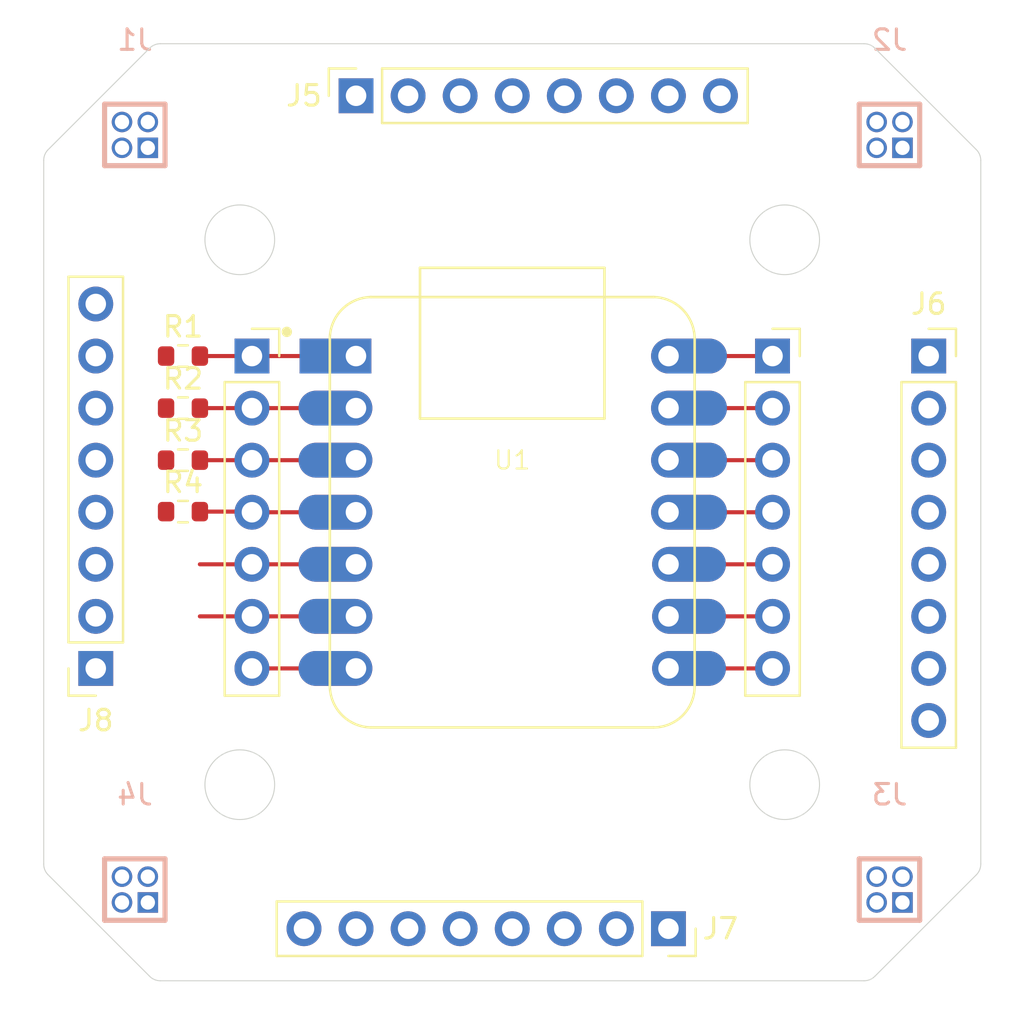
<source format=kicad_pcb>
(kicad_pcb (version 20240108) (generator "pcbnew") (generator_version "8.0")
  (layers (0 "F.Cu" signal) (31 "B.Cu" signal) (34 "B.Paste" user) (35 "F.Paste" user) (36 "B.SilkS" user "B.Silkscreen") (37 "F.SilkS" user "F.Silkscreen") (38 "B.Mask" user) (39 "F.Mask" user) (44 "Edge.Cuts" user))
  (net 0 "")
  (net 1 "/DIN1")
  (net 2 "/GND")
  (net 3 "/VDD")
  (net 4 "/DIN2")
  (net 5 "/DIN3")
  (net 6 "/DIN4")
  (net 7 "Net-(J5-Pin_4)")
  (net 8 "Net-(J5-Pin_3)")
  (net 9 "Net-(J5-Pin_6)")
  (net 10 "Net-(J5-Pin_5)")
  (net 15 "Net-(J5-Pin_7)")
  (net 16 "Net-(J5-Pin_8)")
  (net 17 "Net-(J10-Pin_4)")
  (net 18 "Net-(J10-Pin_5)")
  (net 19 "Net-(J10-Pin_6)")
  (net 20 "Net-(J10-Pin_3)")
  (net 21 "Net-(J10-Pin_7)")
  (net 22 "Net-(J9-Pin_7)")
  (net 23 "Net-(JP1-A)")
  (net 24 "Net-(JP2-A)")
  (net 25 "Net-(JP3-A)")
  (net 26 "Net-(JP4-A)")
  (footprint "Connector_PinSocket_2.54mm:PinSocket_1x08_P2.54mm_Vertical" (layer "F.Cu") (at 144.78 81.28 90)
    (property "Reference" "J5" (at 0 -2.54 180) (layer "F.SilkS"))
    (property "Value" "Conn_01x06")
    (fp_line (start 1.33 -1.33) (end 1.33 0) (stroke (width 0.12)) (layer "F.SilkS"))
    (fp_line (start 0 -1.33) (end 1.33 -1.33) (stroke (width 0.12)) (layer "F.SilkS"))
    (fp_line (start 1.33 1.27) (end 1.33 19.11) (stroke (width 0.12)) (layer "F.SilkS"))
    (fp_line (start -1.33 1.27) (end 1.33 1.27) (stroke (width 0.12)) (layer "F.SilkS"))
    (fp_line (start -1.33 1.27) (end -1.33 19.11) (stroke (width 0.12)) (layer "F.SilkS"))
    (fp_line (start -1.33 19.11) (end 1.33 19.11) (stroke (width 0.12)) (layer "F.SilkS"))
    (pad "1" thru_hole rect (at 0 0 90) (size 1.7 1.7) (drill 1) (layers "*.Cu" "*.Mask") (net 3 "/VDD"))
    (pad "2" thru_hole oval (at 0 2.54 90) (size 1.7 1.7) (drill 1) (layers "*.Cu" "*.Mask") (net 2 "/GND"))
    (pad "3" thru_hole oval (at 0 5.08 90) (size 1.7 1.7) (drill 1) (layers "*.Cu" "*.Mask") (net 8 "Net-(J5-Pin_3)"))
    (pad "4" thru_hole oval (at 0 7.62 90) (size 1.7 1.7) (drill 1) (layers "*.Cu" "*.Mask") (net 7 "Net-(J5-Pin_4)"))
    (pad "5" thru_hole oval (at 0 10.16 90) (size 1.7 1.7) (drill 1) (layers "*.Cu" "*.Mask") (net 10 "Net-(J5-Pin_5)"))
    (pad "6" thru_hole oval (at 0 12.7 90) (size 1.7 1.7) (drill 1) (layers "*.Cu" "*.Mask") (net 9 "Net-(J5-Pin_6)"))
    (pad "7" thru_hole oval (at 0 15.24 90) (size 1.7 1.7) (drill 1) (layers "*.Cu" "*.Mask") (net 15 "Net-(J5-Pin_7)"))
    (pad "8" thru_hole oval (at 0 17.78 90) (size 1.7 1.7) (drill 1) (layers "*.Cu" "*.Mask") (net 16 "Net-(J5-Pin_8)"))
  )
  (footprint "Resistor_SMD:R_0603_1608Metric" (layer "F.Cu") (at 136.335 93.98)
    (property "Reference" "R1" (at 0 -1.43 0) (layer "F.SilkS"))
    (property "Value" "220")
    (fp_line (start -0.237258 -0.5225) (end 0.237258 -0.5225) (stroke (width 0.12)) (layer "F.SilkS"))
    (fp_line (start -0.237258 0.5225) (end 0.237258 0.5225) (stroke (width 0.12)) (layer "F.SilkS"))
    (pad "1" smd roundrect (at -0.825 0) (size 0.8 0.95) (layers "F.Cu" "F.Paste" "F.Mask") (net 1 "/DIN1"))
    (pad "2" smd roundrect (at 0.825 0) (size 0.8 0.95) (layers "F.Cu" "F.Paste" "F.Mask") (net 23 "Net-(JP1-A)"))
  )
  (footprint "Resistor_SMD:R_0603_1608Metric" (layer "F.Cu") (at 136.335 101.57)
    (property "Reference" "R4" (at 0 -1.43 0) (layer "F.SilkS"))
    (property "Value" "220")
    (fp_line (start -0.237258 -0.5225) (end 0.237258 -0.5225) (stroke (width 0.12)) (layer "F.SilkS"))
    (fp_line (start -0.237258 0.5225) (end 0.237258 0.5225) (stroke (width 0.12)) (layer "F.SilkS"))
    (pad "1" smd roundrect (at -0.825 0) (size 0.8 0.95) (layers "F.Cu" "F.Paste" "F.Mask") (net 6 "/DIN4"))
    (pad "2" smd roundrect (at 0.825 0) (size 0.8 0.95) (layers "F.Cu" "F.Paste" "F.Mask") (net 26 "Net-(JP4-A)"))
  )
  (footprint "Connector_PinSocket_2.54mm:PinSocket_1x08_P2.54mm_Vertical" (layer "F.Cu") (at 160.02 121.92 -90)
    (property "Reference" "J7" (at 0 -2.54 0) (layer "F.SilkS"))
    (property "Value" "Conn_01x06")
    (fp_line (start -1.33 19.11) (end 1.33 19.11) (stroke (width 0.12)) (layer "F.SilkS"))
    (fp_line (start -1.33 1.27) (end -1.33 19.11) (stroke (width 0.12)) (layer "F.SilkS"))
    (fp_line (start -1.33 1.27) (end 1.33 1.27) (stroke (width 0.12)) (layer "F.SilkS"))
    (fp_line (start 1.33 1.27) (end 1.33 19.11) (stroke (width 0.12)) (layer "F.SilkS"))
    (fp_line (start 0 -1.33) (end 1.33 -1.33) (stroke (width 0.12)) (layer "F.SilkS"))
    (fp_line (start 1.33 -1.33) (end 1.33 0) (stroke (width 0.12)) (layer "F.SilkS"))
    (pad "1" thru_hole rect (at 0 0 270) (size 1.7 1.7) (drill 1) (layers "*.Cu" "*.Mask") (net 3 "/VDD"))
    (pad "2" thru_hole oval (at 0 2.54 270) (size 1.7 1.7) (drill 1) (layers "*.Cu" "*.Mask") (net 2 "/GND"))
    (pad "3" thru_hole oval (at 0 5.08 270) (size 1.7 1.7) (drill 1) (layers "*.Cu" "*.Mask") (net 8 "Net-(J5-Pin_3)"))
    (pad "4" thru_hole oval (at 0 7.62 270) (size 1.7 1.7) (drill 1) (layers "*.Cu" "*.Mask") (net 7 "Net-(J5-Pin_4)"))
    (pad "5" thru_hole oval (at 0 10.16 270) (size 1.7 1.7) (drill 1) (layers "*.Cu" "*.Mask") (net 10 "Net-(J5-Pin_5)"))
    (pad "6" thru_hole oval (at 0 12.7 270) (size 1.7 1.7) (drill 1) (layers "*.Cu" "*.Mask") (net 9 "Net-(J5-Pin_6)"))
    (pad "7" thru_hole oval (at 0 15.24 270) (size 1.7 1.7) (drill 1) (layers "*.Cu" "*.Mask") (net 15 "Net-(J5-Pin_7)"))
    (pad "8" thru_hole oval (at 0 17.78 270) (size 1.7 1.7) (drill 1) (layers "*.Cu" "*.Mask") (net 16 "Net-(J5-Pin_8)"))
  )
  (footprint "Seeed Studio XIAO Series Library:XIAO-Generic-Hybrid-14P-2.54-21X17.8MM" (layer "F.Cu") (at 152.4 101.6)
    (property "Reference" "U1" (at 0 -2.54 0) (layer "F.SilkS") (effects (font (size 0.889 0.889) (thickness 0.1016))))
    (property "Value" "Seeed Studio XIAO SAMD21" (hide yes))
    (fp_line (start -8.9 -8.5) (end -8.9 8.5) (stroke (width 0.127)) (layer "F.SilkS"))
    (fp_line (start -6.9 10.5) (end 6.9 10.5) (stroke (width 0.127)) (layer "F.SilkS"))
    (fp_line (start -4.5 -11.92403) (end 4.5 -11.92403) (stroke (width 0.127)) (layer "F.SilkS"))
    (fp_line (start -4.5 -4.57073) (end -4.5 -11.92403) (stroke (width 0.127)) (layer "F.SilkS"))
    (fp_line (start 4.5 -11.92403) (end 4.5 -4.57073) (stroke (width 0.127)) (layer "F.SilkS"))
    (fp_line (start 4.5 -4.57073) (end -4.5 -4.57073) (stroke (width 0.127)) (layer "F.SilkS"))
    (fp_line (start 6.9 -10.49909) (end -6.9 -10.49909) (stroke (width 0.127)) (layer "F.SilkS"))
    (fp_line (start 8.9 8.5) (end 8.9 -8.5) (stroke (width 0.127)) (layer "F.SilkS"))
    (fp_arc (start -8.9 -8.5) (mid -8.301491 -9.901491) (end -6.9 -10.5) (stroke (width 0.12)) (layer "F.SilkS"))
    (fp_arc (start -6.9 10.5) (mid -8.301423 9.901423) (end -8.9 8.5) (stroke (width 0.12)) (layer "F.SilkS"))
    (fp_arc (start 6.9 -10.5) (mid 8.301492 -9.901492) (end 8.9 -8.5) (stroke (width 0.12)) (layer "F.SilkS"))
    (fp_arc (start 8.9 8.5) (mid 8.314214 9.914214) (end 6.9 10.5) (stroke (width 0.12)) (layer "F.SilkS"))
    (fp_circle (center -11 -8.8) (end -11 -9.054) (fill solid) (layer "F.SilkS"))
    (fp_poly (pts (xy -8.887715 -8.561705) (xy -8.884667 -8.610473) (xy -8.880603 -8.659494)) (stroke (width 0.0254)) (fill none) (layer "F.SilkS"))
    (fp_poly (pts (xy 8.889492 8.521574) (xy 8.887713 8.57085) (xy 8.884665 8.619618) (xy 8.880601 8.668639) (xy 8.875268 8.717407) (xy 8.868664 8.766175) (xy 8.861044 8.81469) (xy 8.852153 8.86295) (xy 8.842248 8.910955)) (stroke (width 0.0254)) (fill none) (layer "F.SilkS"))
    (pad "1" thru_hole rect (at -7.625 -7.62) (size 3.5 1.7) (drill 1 (offset -1 0)) (layers "*.Cu" "*.Mask") (net 8 "Net-(J5-Pin_3)"))
    (pad "2" thru_hole oval (at -7.625 -5.08) (size 3.6 1.7) (drill 1 (offset -1 0)) (layers "*.Cu" "*.Mask") (net 7 "Net-(J5-Pin_4)"))
    (pad "3" thru_hole oval (at -7.625 -2.54) (size 3.6 1.7) (drill 1 (offset -1 0)) (layers "*.Cu" "*.Mask") (net 10 "Net-(J5-Pin_5)"))
    (pad "4" thru_hole oval (at -7.625 0) (size 3.6 1.7) (drill 1 (offset -1 0)) (layers "*.Cu" "*.Mask") (net 9 "Net-(J5-Pin_6)"))
    (pad "5" thru_hole oval (at -7.625 2.54) (size 3.6 1.7) (drill 1 (offset -1 0)) (layers "*.Cu" "*.Mask") (net 15 "Net-(J5-Pin_7)"))
    (pad "6" thru_hole oval (at -7.625 5.08 180) (size 3.6 1.7) (drill 1 (offset 1 0)) (layers "*.Cu" "*.Mask") (net 16 "Net-(J5-Pin_8)"))
    (pad "7" thru_hole oval (at -7.625 7.62) (size 3.6 1.7) (drill 1 (offset -1 0)) (layers "*.Cu" "*.Mask") (net 22 "Net-(J9-Pin_7)"))
    (pad "8" thru_hole oval (at 7.625 7.62) (size 3.6 1.7) (drill 1 (offset 1 0)) (layers "*.Cu" "*.Mask") (net 21 "Net-(J10-Pin_7)"))
    (pad "9" thru_hole oval (at 7.625 5.08) (size 3.6 1.7) (drill 1 (offset 1 0)) (layers "*.Cu" "*.Mask") (net 19 "Net-(J10-Pin_6)"))
    (pad "10" thru_hole oval (at 7.625 2.54) (size 3.6 1.7) (drill 1 (offset 1 0)) (layers "*.Cu" "*.Mask") (net 18 "Net-(J10-Pin_5)"))
    (pad "11" thru_hole oval (at 7.625 0) (size 3.7 1.7) (drill 1 (offset 1 0)) (layers "*.Cu" "*.Mask") (net 17 "Net-(J10-Pin_4)"))
    (pad "12" thru_hole oval (at 7.625 -2.54) (size 3.7 1.7) (drill 1 (offset 1 0)) (layers "*.Cu" "*.Mask") (net 20 "Net-(J10-Pin_3)"))
    (pad "13" thru_hole oval (at 7.625 -5.08) (size 3.7 1.7) (drill 1 (offset 1 0)) (layers "*.Cu" "*.Mask") (net 3 "/VDD"))
    (pad "14" thru_hole oval (at 7.625 -7.62) (size 3.7 1.7) (drill 1 (offset 1 0)) (layers "*.Cu" "*.Mask") (net 2 "/GND"))
  )
  (footprint "Resistor_SMD:R_0603_1608Metric" (layer "F.Cu") (at 136.335 96.52)
    (property "Reference" "R2" (at 0 -1.43 0) (layer "F.SilkS"))
    (property "Value" "220")
    (fp_line (start -0.237258 -0.5225) (end 0.237258 -0.5225) (stroke (width 0.12)) (layer "F.SilkS"))
    (fp_line (start -0.237258 0.5225) (end 0.237258 0.5225) (stroke (width 0.12)) (layer "F.SilkS"))
    (pad "1" smd roundrect (at -0.825 0) (size 0.8 0.95) (layers "F.Cu" "F.Paste" "F.Mask") (net 4 "/DIN2"))
    (pad "2" smd roundrect (at 0.825 0) (size 0.8 0.95) (layers "F.Cu" "F.Paste" "F.Mask") (net 24 "Net-(JP2-A)"))
  )
  (footprint "Connector_PinSocket_2.54mm:PinSocket_1x08_P2.54mm_Vertical" (layer "F.Cu") (at 132.08 109.22 180)
    (property "Reference" "J8" (at 0 -2.54 180) (layer "F.SilkS"))
    (property "Value" "Conn_01x06")
    (fp_line (start 1.33 1.27) (end 1.33 19.11) (stroke (width 0.12)) (layer "F.SilkS"))
    (fp_line (start 1.33 -1.33) (end 1.33 0) (stroke (width 0.12)) (layer "F.SilkS"))
    (fp_line (start 0 -1.33) (end 1.33 -1.33) (stroke (width 0.12)) (layer "F.SilkS"))
    (fp_line (start -1.33 19.11) (end 1.33 19.11) (stroke (width 0.12)) (layer "F.SilkS"))
    (fp_line (start -1.33 1.27) (end 1.33 1.27) (stroke (width 0.12)) (layer "F.SilkS"))
    (fp_line (start -1.33 1.27) (end -1.33 19.11) (stroke (width 0.12)) (layer "F.SilkS"))
    (pad "1" thru_hole rect (at 0 0 180) (size 1.7 1.7) (drill 1) (layers "*.Cu" "*.Mask") (net 3 "/VDD"))
    (pad "2" thru_hole oval (at 0 2.54 180) (size 1.7 1.7) (drill 1) (layers "*.Cu" "*.Mask") (net 2 "/GND"))
    (pad "3" thru_hole oval (at 0 5.08 180) (size 1.7 1.7) (drill 1) (layers "*.Cu" "*.Mask") (net 8 "Net-(J5-Pin_3)"))
    (pad "4" thru_hole oval (at 0 7.62 180) (size 1.7 1.7) (drill 1) (layers "*.Cu" "*.Mask") (net 7 "Net-(J5-Pin_4)"))
    (pad "5" thru_hole oval (at 0 10.16 180) (size 1.7 1.7) (drill 1) (layers "*.Cu" "*.Mask") (net 10 "Net-(J5-Pin_5)"))
    (pad "6" thru_hole oval (at 0 12.7 180) (size 1.7 1.7) (drill 1) (layers "*.Cu" "*.Mask") (net 9 "Net-(J5-Pin_6)"))
    (pad "7" thru_hole oval (at 0 15.24 180) (size 1.7 1.7) (drill 1) (layers "*.Cu" "*.Mask") (net 15 "Net-(J5-Pin_7)"))
    (pad "8" thru_hole oval (at 0 17.78 180) (size 1.7 1.7) (drill 1) (layers "*.Cu" "*.Mask") (net 16 "Net-(J5-Pin_8)"))
  )
  (footprint "Connector_PinSocket_2.54mm:PinSocket_1x07_P2.54mm_Vertical" (layer "F.Cu") (at 165.1 93.98)
    (property "Reference" "J10" (hide yes))
    (property "Value" "Conn_01x07")
    (fp_line (start -1.33 1.27) (end -1.33 16.57) (stroke (width 0.12)) (layer "F.SilkS"))
    (fp_line (start -1.33 1.27) (end 1.33 1.27) (stroke (width 0.12)) (layer "F.SilkS"))
    (fp_line (start -1.33 16.57) (end 1.33 16.57) (stroke (width 0.12)) (layer "F.SilkS"))
    (fp_line (start 0 -1.33) (end 1.33 -1.33) (stroke (width 0.12)) (layer "F.SilkS"))
    (fp_line (start 1.33 -1.33) (end 1.33 0) (stroke (width 0.12)) (layer "F.SilkS"))
    (fp_line (start 1.33 1.27) (end 1.33 16.57) (stroke (width 0.12)) (layer "F.SilkS"))
    (pad "1" thru_hole rect (at 0 0) (size 1.7 1.7) (drill 1) (layers "*.Cu" "*.Mask") (net 2 "/GND"))
    (pad "2" thru_hole oval (at 0 2.54) (size 1.7 1.7) (drill 1) (layers "*.Cu" "*.Mask") (net 3 "/VDD"))
    (pad "3" thru_hole oval (at 0 5.08) (size 1.7 1.7) (drill 1) (layers "*.Cu" "*.Mask") (net 20 "Net-(J10-Pin_3)"))
    (pad "4" thru_hole oval (at 0 7.62) (size 1.7 1.7) (drill 1) (layers "*.Cu" "*.Mask") (net 17 "Net-(J10-Pin_4)"))
    (pad "5" thru_hole oval (at 0 10.16) (size 1.7 1.7) (drill 1) (layers "*.Cu" "*.Mask") (net 18 "Net-(J10-Pin_5)"))
    (pad "6" thru_hole oval (at 0 12.7) (size 1.7 1.7) (drill 1) (layers "*.Cu" "*.Mask") (net 19 "Net-(J10-Pin_6)"))
    (pad "7" thru_hole oval (at 0 15.24) (size 1.7 1.7) (drill 1) (layers "*.Cu" "*.Mask") (net 21 "Net-(J10-Pin_7)"))
  )
  (footprint "Resistor_SMD:R_0603_1608Metric" (layer "F.Cu") (at 136.335 99.06)
    (property "Reference" "R3" (at 0 -1.43 0) (layer "F.SilkS"))
    (property "Value" "220")
    (fp_line (start -0.237258 -0.5225) (end 0.237258 -0.5225) (stroke (width 0.12)) (layer "F.SilkS"))
    (fp_line (start -0.237258 0.5225) (end 0.237258 0.5225) (stroke (width 0.12)) (layer "F.SilkS"))
    (pad "1" smd roundrect (at -0.825 0) (size 0.8 0.95) (layers "F.Cu" "F.Paste" "F.Mask") (net 5 "/DIN3"))
    (pad "2" smd roundrect (at 0.825 0) (size 0.8 0.95) (layers "F.Cu" "F.Paste" "F.Mask") (net 25 "Net-(JP3-A)"))
  )
  (footprint "Connector_PinSocket_2.54mm:PinSocket_1x08_P2.54mm_Vertical" (layer "F.Cu") (at 172.72 93.98)
    (property "Reference" "J6" (at 0 -2.54 0) (layer "F.SilkS"))
    (property "Value" "Conn_01x06")
    (fp_line (start -1.33 1.27) (end -1.33 19.11) (stroke (width 0.12)) (layer "F.SilkS"))
    (fp_line (start -1.33 1.27) (end 1.33 1.27) (stroke (width 0.12)) (layer "F.SilkS"))
    (fp_line (start -1.33 19.11) (end 1.33 19.11) (stroke (width 0.12)) (layer "F.SilkS"))
    (fp_line (start 0 -1.33) (end 1.33 -1.33) (stroke (width 0.12)) (layer "F.SilkS"))
    (fp_line (start 1.33 -1.33) (end 1.33 0) (stroke (width 0.12)) (layer "F.SilkS"))
    (fp_line (start 1.33 1.27) (end 1.33 19.11) (stroke (width 0.12)) (layer "F.SilkS"))
    (pad "1" thru_hole rect (at 0 0) (size 1.7 1.7) (drill 1) (layers "*.Cu" "*.Mask") (net 3 "/VDD"))
    (pad "2" thru_hole oval (at 0 2.54) (size 1.7 1.7) (drill 1) (layers "*.Cu" "*.Mask") (net 2 "/GND"))
    (pad "3" thru_hole oval (at 0 5.08) (size 1.7 1.7) (drill 1) (layers "*.Cu" "*.Mask") (net 8 "Net-(J5-Pin_3)"))
    (pad "4" thru_hole oval (at 0 7.62) (size 1.7 1.7) (drill 1) (layers "*.Cu" "*.Mask") (net 7 "Net-(J5-Pin_4)"))
    (pad "5" thru_hole oval (at 0 10.16) (size 1.7 1.7) (drill 1) (layers "*.Cu" "*.Mask") (net 10 "Net-(J5-Pin_5)"))
    (pad "6" thru_hole oval (at 0 12.7) (size 1.7 1.7) (drill 1) (layers "*.Cu" "*.Mask") (net 9 "Net-(J5-Pin_6)"))
    (pad "7" thru_hole oval (at 0 15.24) (size 1.7 1.7) (drill 1) (layers "*.Cu" "*.Mask") (net 15 "Net-(J5-Pin_7)"))
    (pad "8" thru_hole oval (at 0 17.78) (size 1.7 1.7) (drill 1) (layers "*.Cu" "*.Mask") (net 16 "Net-(J5-Pin_8)"))
  )
  (footprint "Connector_PinSocket_2.54mm:PinSocket_1x07_P2.54mm_Vertical" (layer "F.Cu") (at 139.7 93.98)
    (property "Reference" "J9" (hide yes))
    (property "Value" "Conn_01x07")
    (fp_line (start -1.33 1.27) (end -1.33 16.57) (stroke (width 0.12)) (layer "F.SilkS"))
    (fp_line (start -1.33 1.27) (end 1.33 1.27) (stroke (width 0.12)) (layer "F.SilkS"))
    (fp_line (start -1.33 16.57) (end 1.33 16.57) (stroke (width 0.12)) (layer "F.SilkS"))
    (fp_line (start 0 -1.33) (end 1.33 -1.33) (stroke (width 0.12)) (layer "F.SilkS"))
    (fp_line (start 1.33 -1.33) (end 1.33 0) (stroke (width 0.12)) (layer "F.SilkS"))
    (fp_line (start 1.33 1.27) (end 1.33 16.57) (stroke (width 0.12)) (layer "F.SilkS"))
    (pad "1" thru_hole rect (at 0 0) (size 1.7 1.7) (drill 1) (layers "*.Cu" "*.Mask") (net 8 "Net-(J5-Pin_3)"))
    (pad "2" thru_hole oval (at 0 2.54) (size 1.7 1.7) (drill 1) (layers "*.Cu" "*.Mask") (net 7 "Net-(J5-Pin_4)"))
    (pad "3" thru_hole oval (at 0 5.08) (size 1.7 1.7) (drill 1) (layers "*.Cu" "*.Mask") (net 10 "Net-(J5-Pin_5)"))
    (pad "4" thru_hole oval (at 0 7.62) (size 1.7 1.7) (drill 1) (layers "*.Cu" "*.Mask") (net 9 "Net-(J5-Pin_6)"))
    (pad "5" thru_hole oval (at 0 10.16) (size 1.7 1.7) (drill 1) (layers "*.Cu" "*.Mask") (net 15 "Net-(J5-Pin_7)"))
    (pad "6" thru_hole oval (at 0 12.7) (size 1.7 1.7) (drill 1) (layers "*.Cu" "*.Mask") (net 16 "Net-(J5-Pin_8)"))
    (pad "7" thru_hole oval (at 0 15.24) (size 1.7 1.7) (drill 1) (layers "*.Cu" "*.Mask") (net 22 "Net-(J9-Pin_7)"))
  )
  (footprint "Library:HDR-TH_4P-P1.27-V-F-R2-C2-S1.27" (layer "B.Cu") (at 170.81 120.01 180)
    (property "Reference" "J3" (at 0 4.63 0) (layer "B.SilkS") (effects (justify mirror)))
    (property "Value" "LED3" (hide yes))
    (fp_line (start 1.48 1.5) (end -1.47 1.5) (stroke (width 0.25)) (layer "B.SilkS"))
    (fp_line (start 1.48 -1.5) (end 1.48 1.5) (stroke (width 0.25)) (layer "B.SilkS"))
    (fp_line (start 1.48 -1.5) (end -1.47 -1.5) (stroke (width 0.25)) (layer "B.SilkS"))
    (fp_line (start -1.47 -1.5) (end -1.47 1.5) (stroke (width 0.25)) (layer "B.SilkS"))
    (pad "1" thru_hole rect (at -0.63 -0.63 180) (size 1 1) (drill 0.700024) (layers "*.Cu" "*.Mask") (net 5 "/DIN3"))
    (pad "2" thru_hole circle (at -0.63 0.63 180) (size 1 1) (drill 0.700024) (layers "*.Cu" "*.Mask"))
    (pad "3" thru_hole circle (at 0.63 -0.63 180) (size 1 1) (drill 0.700024) (layers "*.Cu" "*.Mask") (net 3 "/VDD"))
    (pad "4" thru_hole circle (at 0.63 0.63 180) (size 1 1) (drill 0.700024) (layers "*.Cu" "*.Mask") (net 2 "/GND"))
  )
  (footprint "Library:HDR-TH_4P-P1.27-V-F-R2-C2-S1.27" (layer "B.Cu") (at 133.99 120.01 180)
    (property "Reference" "J4" (at 0 4.63 0) (layer "B.SilkS") (effects (justify mirror)))
    (property "Value" "LED4" (hide yes))
    (fp_line (start 1.48 1.5) (end -1.47 1.5) (stroke (width 0.25)) (layer "B.SilkS"))
    (fp_line (start 1.48 -1.5) (end 1.48 1.5) (stroke (width 0.25)) (layer "B.SilkS"))
    (fp_line (start 1.48 -1.5) (end -1.47 -1.5) (stroke (width 0.25)) (layer "B.SilkS"))
    (fp_line (start -1.47 -1.5) (end -1.47 1.5) (stroke (width 0.25)) (layer "B.SilkS"))
    (pad "1" thru_hole rect (at -0.63 -0.63 180) (size 1 1) (drill 0.700024) (layers "*.Cu" "*.Mask") (net 6 "/DIN4"))
    (pad "2" thru_hole circle (at -0.63 0.63 180) (size 1 1) (drill 0.700024) (layers "*.Cu" "*.Mask"))
    (pad "3" thru_hole circle (at 0.63 -0.63 180) (size 1 1) (drill 0.700024) (layers "*.Cu" "*.Mask") (net 3 "/VDD"))
    (pad "4" thru_hole circle (at 0.63 0.63 180) (size 1 1) (drill 0.700024) (layers "*.Cu" "*.Mask") (net 2 "/GND"))
  )
  (footprint "Library:HDR-TH_4P-P1.27-V-F-R2-C2-S1.27" (layer "B.Cu") (at 170.81 83.19 180)
    (property "Reference" "J2" (at 0 4.63 0) (layer "B.SilkS") (effects (justify mirror)))
    (property "Value" "LED2" (hide yes))
    (fp_line (start 1.48 1.5) (end -1.47 1.5) (stroke (width 0.25)) (layer "B.SilkS"))
    (fp_line (start 1.48 -1.5) (end 1.48 1.5) (stroke (width 0.25)) (layer "B.SilkS"))
    (fp_line (start 1.48 -1.5) (end -1.47 -1.5) (stroke (width 0.25)) (layer "B.SilkS"))
    (fp_line (start -1.47 -1.5) (end -1.47 1.5) (stroke (width 0.25)) (layer "B.SilkS"))
    (pad "1" thru_hole rect (at -0.63 -0.63 180) (size 1 1) (drill 0.700024) (layers "*.Cu" "*.Mask") (net 4 "/DIN2"))
    (pad "2" thru_hole circle (at -0.63 0.63 180) (size 1 1) (drill 0.700024) (layers "*.Cu" "*.Mask"))
    (pad "3" thru_hole circle (at 0.63 -0.63 180) (size 1 1) (drill 0.700024) (layers "*.Cu" "*.Mask") (net 3 "/VDD"))
    (pad "4" thru_hole circle (at 0.63 0.63 180) (size 1 1) (drill 0.700024) (layers "*.Cu" "*.Mask") (net 2 "/GND"))
  )
  (footprint "Library:HDR-TH_4P-P1.27-V-F-R2-C2-S1.27" (layer "B.Cu") (at 133.99 83.19 180)
    (property "Reference" "J1" (at 0 4.63 0) (layer "B.SilkS") (effects (justify mirror)))
    (property "Value" "LED1" (hide yes))
    (fp_line (start 1.48 1.5) (end -1.47 1.5) (stroke (width 0.25)) (layer "B.SilkS"))
    (fp_line (start 1.48 -1.5) (end 1.48 1.5) (stroke (width 0.25)) (layer "B.SilkS"))
    (fp_line (start 1.48 -1.5) (end -1.47 -1.5) (stroke (width 0.25)) (layer "B.SilkS"))
    (fp_line (start -1.47 -1.5) (end -1.47 1.5) (stroke (width 0.25)) (layer "B.SilkS"))
    (pad "1" thru_hole rect (at -0.63 -0.63 180) (size 1 1) (drill 0.700024) (layers "*.Cu" "*.Mask") (net 1 "/DIN1"))
    (pad "2" thru_hole circle (at -0.63 0.63 180) (size 1 1) (drill 0.700024) (layers "*.Cu" "*.Mask"))
    (pad "3" thru_hole circle (at 0.63 -0.63 180) (size 1 1) (drill 0.700024) (layers "*.Cu" "*.Mask") (net 3 "/VDD"))
    (pad "4" thru_hole circle (at 0.63 0.63 180) (size 1 1) (drill 0.700024) (layers "*.Cu" "*.Mask") (net 2 "/GND"))
  )
  (gr_circle (center 165.693 88.307) (end 167.393 88.307) (stroke (width 0.05)) (fill none) (layer "Edge.Cuts"))
  (gr_line (start 169.56693 124.46) (end 135.23307 124.46) (stroke (width 0.05)) (layer "Edge.Cuts"))
  (gr_arc (start 175.26 118.76693) (mid 175.203407 119.051379) (end 175.042286 119.292538) (stroke (width 0.05)) (layer "Edge.Cuts"))
  (gr_line (start 129.757714 83.907462) (end 134.707462 78.957714) (stroke (width 0.05)) (layer "Edge.Cuts"))
  (gr_line (start 170.092538 78.957714) (end 175.042286 83.907462) (stroke (width 0.05)) (layer "Edge.Cuts"))
  (gr_circle (center 139.107 88.307) (end 140.807 88.307) (stroke (width 0.05)) (fill none) (layer "Edge.Cuts"))
  (gr_arc (start 129.54 84.43307) (mid 129.596593 84.148621) (end 129.757714 83.907462) (stroke (width 0.05)) (layer "Edge.Cuts"))
  (gr_line (start 175.26 84.43307) (end 175.26 118.76693) (stroke (width 0.05)) (layer "Edge.Cuts"))
  (gr_arc (start 169.56693 78.74) (mid 169.851379 78.796593) (end 170.092538 78.957714) (stroke (width 0.05)) (layer "Edge.Cuts"))
  (gr_arc (start 135.23307 124.46) (mid 134.948621 124.403407) (end 134.707462 124.242286) (stroke (width 0.05)) (layer "Edge.Cuts"))
  (gr_line (start 135.23307 78.74) (end 169.56693 78.74) (stroke (width 0.05)) (layer "Edge.Cuts"))
  (gr_arc (start 129.757714 119.292538) (mid 129.596568 119.05139) (end 129.54 118.76693) (stroke (width 0.05)) (layer "Edge.Cuts"))
  (gr_arc (start 170.092538 124.242286) (mid 169.85139 124.403432) (end 169.56693 124.46) (stroke (width 0.05)) (layer "Edge.Cuts"))
  (gr_line (start 175.042286 119.292538) (end 170.092538 124.242286) (stroke (width 0.05)) (layer "Edge.Cuts"))
  (gr_arc (start 134.707462 78.957714) (mid 134.94861 78.796568) (end 135.23307 78.74) (stroke (width 0.05)) (layer "Edge.Cuts"))
  (gr_circle (center 165.693 114.893) (end 167.393 114.893) (stroke (width 0.05)) (fill none) (layer "Edge.Cuts"))
  (gr_line (start 129.54 118.76693) (end 129.54 84.43307) (stroke (width 0.05)) (layer "Edge.Cuts"))
  (gr_circle (center 139.107 114.893) (end 140.807 114.893) (stroke (width 0.05)) (fill none) (layer "Edge.Cuts"))
  (gr_line (start 134.707462 124.242286) (end 129.757714 119.292538) (stroke (width 0.05)) (layer "Edge.Cuts"))
  (gr_arc (start 175.042286 83.907462) (mid 175.203432 84.14861) (end 175.26 84.43307) (stroke (width 0.05)) (layer "Edge.Cuts"))
  (segment (start 160.025 93.98) (end 165.1 93.98) (width 0.2) (layer "F.Cu") (net 2))
  (segment (start 160.025 96.52) (end 165.1 96.52) (width 0.2) (layer "F.Cu") (net 3))
  (segment (start 139.7 96.52) (end 144.775 96.52) (width 0.2) (layer "F.Cu") (net 7))
  (segment (start 137.16 96.52) (end 139.7 96.52) (width 0.2) (layer "F.Cu") (net 7))
  (segment (start 137.16 93.98) (end 139.7 93.98) (width 0.2) (layer "F.Cu") (net 8))
  (segment (start 139.7 93.98) (end 144.775 93.98) (width 0.2) (layer "F.Cu") (net 8))
  (segment (start 139.67 101.57) (end 139.7 101.6) (width 0.2) (layer "F.Cu") (net 9))
  (segment (start 144.745 101.57) (end 144.775 101.6) (width 0.2) (layer "F.Cu") (net 9))
  (segment (start 137.16 101.57) (end 139.67 101.57) (width 0.2) (layer "F.Cu") (net 9))
  (segment (start 139.7 101.6) (end 144.775 101.6) (width 0.2) (layer "F.Cu") (net 9))
  (segment (start 139.7 99.06) (end 144.775 99.06) (width 0.2) (layer "F.Cu") (net 10))
  (segment (start 137.16 99.06) (end 139.7 99.06) (width 0.2) (layer "F.Cu") (net 10))
  (segment (start 139.7 104.14) (end 144.775 104.14) (width 0.2) (layer "F.Cu") (net 15))
  (segment (start 137.16 104.14) (end 139.7 104.14) (width 0.2) (layer "F.Cu") (net 15))
  (segment (start 137.16 106.68) (end 139.7 106.68) (width 0.2) (layer "F.Cu") (net 16))
  (segment (start 139.7 106.68) (end 144.775 106.68) (width 0.2) (layer "F.Cu") (net 16))
  (segment (start 160.025 101.6) (end 165.1 101.6) (width 0.2) (layer "F.Cu") (net 17))
  (segment (start 160.025 104.14) (end 165.1 104.14) (width 0.2) (layer "F.Cu") (net 18))
  (segment (start 160.025 106.68) (end 165.1 106.68) (width 0.2) (layer "F.Cu") (net 19))
  (segment (start 160.025 99.06) (end 165.1 99.06) (width 0.2) (layer "F.Cu") (net 20))
  (segment (start 160.025 109.22) (end 165.1 109.22) (width 0.2) (layer "F.Cu") (net 21))
  (segment (start 139.7 109.22) (end 144.775 109.22) (width 0.2) (layer "F.Cu") (net 22))
)
</source>
